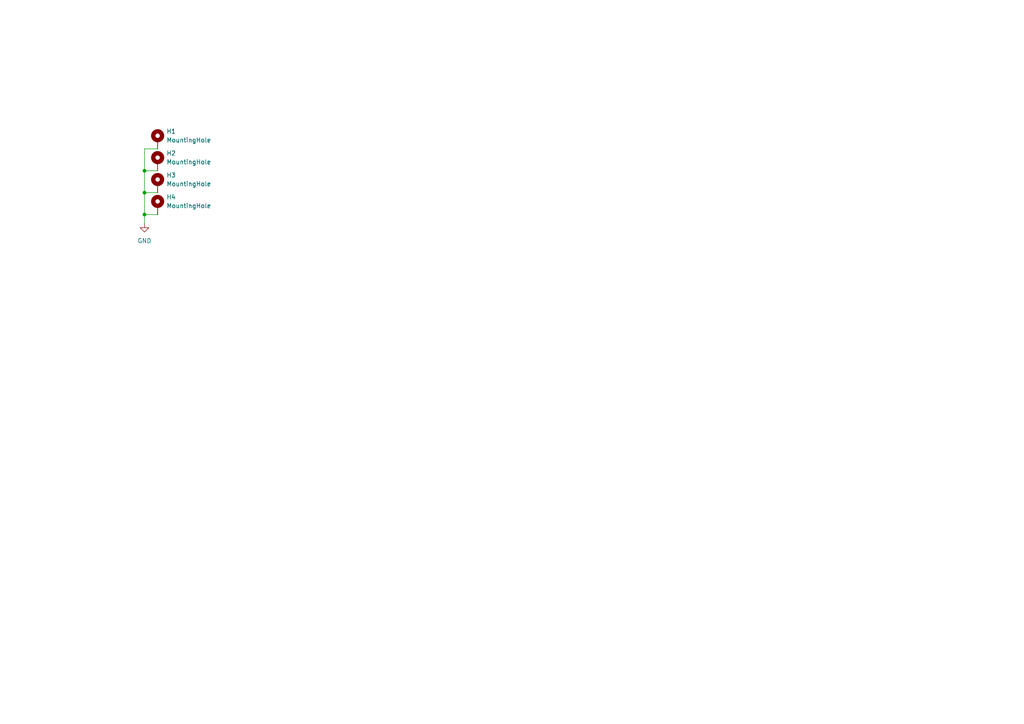
<source format=kicad_sch>
(kicad_sch (version 20230121) (generator eeschema)
  (paper "A4")
  (lib_symbols
    (symbol "Mechanical:MountingHole_Pad" (pin_numbers hide) (pin_names (offset 1.016) hide)
      (property "Reference" "H" (at 0 6.35 0))
      (property "Value" "MountingHole_Pad" (at 0 4.445 0))
      (symbol "MountingHole_Pad_0_1"
        (circle (center 0 1.27) (radius 1.27) (stroke (width 1.27)))
      )
      (symbol "MountingHole_Pad_1_1"
        (pin input line (at 0 -2.54 90) (length 2.54) (name "1") (number "1"))
      )
    )
    (symbol "power:GND" (power) (pin_names (offset 0))
      (property "Value" "GND" (at 0 -3.81 0))
      (symbol "GND_0_1"
        (polyline (pts (xy 0 0) (xy 0 -1.27) (xy 1.27 -1.27) (xy 0 -2.54) (xy -1.27 -1.27) (xy 0 -1.27)))
      )
      (symbol "GND_1_1"
        (pin power_in line (at 0 0 270) (length 0) hide (name "GND") (number "1"))
      )
    )
  )
  (junction (at 41.91 62.23))
  (junction (at 41.91 55.88))
  (junction (at 41.91 49.53))
  (wire (pts (xy 41.91 43.18) (xy 41.91 49.53)))
  (wire (pts (xy 41.91 62.23) (xy 41.91 64.77)))
  (wire (pts (xy 41.91 55.88) (xy 45.72 55.88)))
  (wire (pts (xy 41.91 62.23) (xy 45.72 62.23)))
  (wire (pts (xy 41.91 55.88) (xy 41.91 62.23)))
  (wire (pts (xy 45.72 43.18) (xy 41.91 43.18)))
  (wire (pts (xy 45.72 49.53) (xy 41.91 49.53)))
  (wire (pts (xy 41.91 49.53) (xy 41.91 55.88)))
  (symbol (lib_id "power:GND") (at 41.91 64.77 0) (unit 1)
    (property "Reference" "#PWR01" (effects hide))
    (property "Value" "GND" (at 41.91 69.85 0))
  )
  (symbol (lib_id "Mechanical:MountingHole_Pad") (at 45.72 59.69 0) (unit 1)
    (property "Reference" "H4" (at 48.26 57.15 0) (effects (justify left)))
    (property "Value" "MountingHole" (at 48.26 59.69 0) (effects (justify left)))
    (property "Footprint" "MountingHole:MountingHole_2.2mm_M2_Pad_Via" (effects hide))
  )
  (symbol (lib_id "Mechanical:MountingHole_Pad") (at 45.72 46.99 0) (unit 1)
    (property "Reference" "H2" (at 48.26 44.45 0) (effects (justify left)))
    (property "Value" "MountingHole" (at 48.26 46.99 0) (effects (justify left)))
    (property "Footprint" "MountingHole:MountingHole_2.2mm_M2_Pad_Via" (effects hide))
  )
  (symbol (lib_id "Mechanical:MountingHole_Pad") (at 45.72 53.34 0) (unit 1)
    (property "Reference" "H3" (at 48.26 50.8 0) (effects (justify left)))
    (property "Value" "MountingHole" (at 48.26 53.34 0) (effects (justify left)))
    (property "Footprint" "MountingHole:MountingHole_2.2mm_M2_Pad_Via" (effects hide))
  )
  (symbol (lib_id "Mechanical:MountingHole_Pad") (at 45.72 40.64 0) (unit 1)
    (property "Reference" "H1" (at 48.26 38.1 0) (effects (justify left)))
    (property "Value" "MountingHole" (at 48.26 40.64 0) (effects (justify left)))
    (property "Footprint" "MountingHole:MountingHole_2.2mm_M2_Pad_Via" (effects hide))
  )
)
</source>
